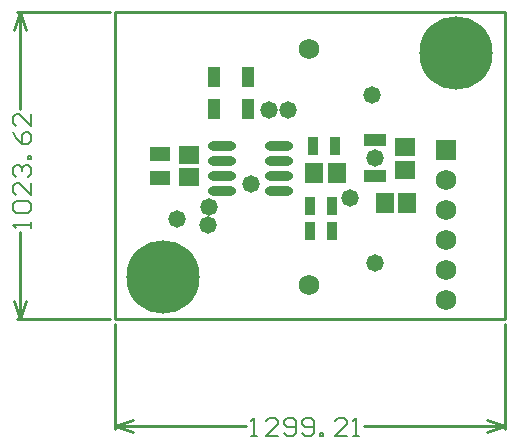
<source format=gbs>
G04*
G04 #@! TF.GenerationSoftware,Altium Limited,CircuitStudio,1.5.2 (1.5.2.30)*
G04*
G04 Layer_Color=8150272*
%FSLAX44Y44*%
%MOMM*%
G71*
G01*
G75*
%ADD12C,0.2540*%
%ADD13C,0.1524*%
%ADD28C,1.7272*%
%ADD29C,6.2032*%
%ADD30R,1.7272X1.7272*%
%ADD31C,1.4732*%
%ADD32O,2.4032X0.8032*%
%ADD33R,0.9032X1.5032*%
%ADD34R,1.1032X1.8032*%
%ADD35R,1.9052X1.1172*%
%ADD36R,1.8032X1.5032*%
%ADD37R,1.5032X1.8032*%
%ADD38R,1.7272X1.2032*%
D12*
X670000Y167460D02*
Y256190D01*
X340000Y167460D02*
Y256190D01*
X550705Y170000D02*
X670000D01*
X340000D02*
X451167D01*
X654760Y175080D02*
X670000Y170000D01*
X654760Y164920D02*
X670000Y170000D01*
X340000D02*
X355240Y164920D01*
X340000Y170000D02*
X355240Y175080D01*
X257460Y260000D02*
X336190D01*
X257460Y520000D02*
X336190D01*
X260000Y260000D02*
Y333628D01*
Y438244D02*
Y520000D01*
Y260000D02*
X265080Y275240D01*
X254920D02*
X260000Y260000D01*
X254920Y504760D02*
X260000Y520000D01*
X265080Y504760D01*
X340000Y260000D02*
Y520000D01*
X670000D01*
Y260000D02*
Y520000D01*
X340000Y260000D02*
X670000D01*
D13*
X455231Y160858D02*
X460309D01*
X457770D01*
Y176094D01*
X455231Y173554D01*
X478083Y160858D02*
X467927D01*
X478083Y171015D01*
Y173554D01*
X475544Y176094D01*
X470466D01*
X467927Y173554D01*
X483162Y163398D02*
X485701Y160858D01*
X490779D01*
X493318Y163398D01*
Y173554D01*
X490779Y176094D01*
X485701D01*
X483162Y173554D01*
Y171015D01*
X485701Y168476D01*
X493318D01*
X498397Y163398D02*
X500936Y160858D01*
X506014D01*
X508554Y163398D01*
Y173554D01*
X506014Y176094D01*
X500936D01*
X498397Y173554D01*
Y171015D01*
X500936Y168476D01*
X508554D01*
X513632Y160858D02*
Y163398D01*
X516171D01*
Y160858D01*
X513632D01*
X536484D02*
X526328D01*
X536484Y171015D01*
Y173554D01*
X533945Y176094D01*
X528867D01*
X526328Y173554D01*
X541563Y160858D02*
X546641D01*
X544102D01*
Y176094D01*
X541563Y173554D01*
X269142Y337692D02*
Y342770D01*
Y340231D01*
X253906D01*
X256446Y337692D01*
Y350387D02*
X253906Y352927D01*
Y358005D01*
X256446Y360544D01*
X266602D01*
X269142Y358005D01*
Y352927D01*
X266602Y350387D01*
X256446D01*
X269142Y375779D02*
Y365623D01*
X258985Y375779D01*
X256446D01*
X253906Y373240D01*
Y368162D01*
X256446Y365623D01*
Y380858D02*
X253906Y383397D01*
Y388475D01*
X256446Y391014D01*
X258985D01*
X261524Y388475D01*
Y385936D01*
Y388475D01*
X264063Y391014D01*
X266602D01*
X269142Y388475D01*
Y383397D01*
X266602Y380858D01*
X269142Y396093D02*
X266602D01*
Y398632D01*
X269142D01*
Y396093D01*
X253906Y418945D02*
X256446Y413867D01*
X261524Y408789D01*
X266602D01*
X269142Y411328D01*
Y416406D01*
X266602Y418945D01*
X264063D01*
X261524Y416406D01*
Y408789D01*
X269142Y434180D02*
Y424024D01*
X258985Y434180D01*
X256446D01*
X253906Y431641D01*
Y426563D01*
X256446Y424024D01*
D28*
X504190Y288798D02*
D03*
Y488798D02*
D03*
X620000Y276500D02*
D03*
Y301900D02*
D03*
Y327300D02*
D03*
Y352700D02*
D03*
Y378100D02*
D03*
D29*
X381000Y295910D02*
D03*
X628650Y485318D02*
D03*
D30*
X620000Y403500D02*
D03*
D31*
X557500Y450000D02*
D03*
X560000Y307500D02*
D03*
X392500Y345000D02*
D03*
X455000Y375000D02*
D03*
X419000Y339500D02*
D03*
X560000Y396500D02*
D03*
X538750Y362750D02*
D03*
X419500Y354750D02*
D03*
X486250Y437250D02*
D03*
X470750D02*
D03*
D32*
X430660Y368300D02*
D03*
Y381000D02*
D03*
Y393700D02*
D03*
Y406400D02*
D03*
X478660Y368300D02*
D03*
Y381000D02*
D03*
Y393700D02*
D03*
Y406400D02*
D03*
D33*
X524000Y356000D02*
D03*
X505000D02*
D03*
X523850Y335110D02*
D03*
X504850D02*
D03*
X507390Y406400D02*
D03*
X526390D02*
D03*
D34*
X452650Y464820D02*
D03*
X423650D02*
D03*
X452650Y438150D02*
D03*
X423650D02*
D03*
D35*
X560070Y411460D02*
D03*
Y381020D02*
D03*
D36*
X585470Y405740D02*
D03*
Y386740D02*
D03*
X402590Y399390D02*
D03*
Y380390D02*
D03*
D37*
X568350Y358140D02*
D03*
X587350D02*
D03*
X527660Y383540D02*
D03*
X508660D02*
D03*
D38*
X378460Y400050D02*
D03*
Y379730D02*
D03*
M02*

</source>
